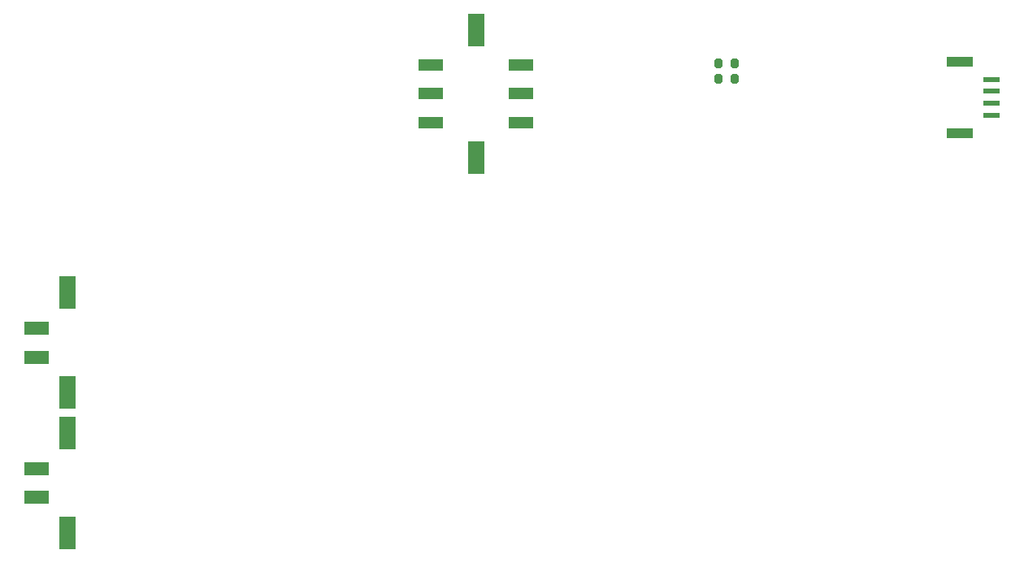
<source format=gbp>
G04 #@! TF.GenerationSoftware,KiCad,Pcbnew,7.0.6*
G04 #@! TF.CreationDate,2023-12-29T00:51:47-08:00*
G04 #@! TF.ProjectId,midplate,6d696470-6c61-4746-952e-6b696361645f,rev?*
G04 #@! TF.SameCoordinates,Original*
G04 #@! TF.FileFunction,Paste,Bot*
G04 #@! TF.FilePolarity,Positive*
%FSLAX46Y46*%
G04 Gerber Fmt 4.6, Leading zero omitted, Abs format (unit mm)*
G04 Created by KiCad (PCBNEW 7.0.6) date 2023-12-29 00:51:47*
%MOMM*%
%LPD*%
G01*
G04 APERTURE LIST*
G04 Aperture macros list*
%AMRoundRect*
0 Rectangle with rounded corners*
0 $1 Rounding radius*
0 $2 $3 $4 $5 $6 $7 $8 $9 X,Y pos of 4 corners*
0 Add a 4 corners polygon primitive as box body*
4,1,4,$2,$3,$4,$5,$6,$7,$8,$9,$2,$3,0*
0 Add four circle primitives for the rounded corners*
1,1,$1+$1,$2,$3*
1,1,$1+$1,$4,$5*
1,1,$1+$1,$6,$7*
1,1,$1+$1,$8,$9*
0 Add four rect primitives between the rounded corners*
20,1,$1+$1,$2,$3,$4,$5,0*
20,1,$1+$1,$4,$5,$6,$7,0*
20,1,$1+$1,$6,$7,$8,$9,0*
20,1,$1+$1,$8,$9,$2,$3,0*%
G04 Aperture macros list end*
%ADD10RoundRect,0.200000X-0.200000X-0.275000X0.200000X-0.275000X0.200000X0.275000X-0.200000X0.275000X0*%
%ADD11R,2.616200X1.346200*%
%ADD12R,1.727200X3.505200*%
%ADD13RoundRect,0.200000X0.200000X0.275000X-0.200000X0.275000X-0.200000X-0.275000X0.200000X-0.275000X0*%
%ADD14R,1.700000X0.600000*%
%ADD15R,2.800000X1.000000*%
%ADD16R,2.540000X1.270000*%
%ADD17R,1.651000X3.429000*%
G04 APERTURE END LIST*
D10*
X180901000Y-80580700D03*
X182551000Y-80580700D03*
D11*
X109893100Y-125833000D03*
X109893100Y-122833001D03*
D12*
X113093500Y-129540000D03*
X113093500Y-119126000D03*
D13*
X182551000Y-82231700D03*
X180901000Y-82231700D03*
D14*
X209350000Y-82286566D03*
X209350000Y-83536566D03*
X209350000Y-84786566D03*
X209350000Y-86036566D03*
D15*
X206000000Y-87886566D03*
X206000000Y-80436566D03*
D11*
X109893100Y-111228000D03*
X109893100Y-108228001D03*
D12*
X113093500Y-114935000D03*
X113093500Y-104521000D03*
D16*
X160334651Y-86772500D03*
X160334651Y-83772501D03*
X160334651Y-80772502D03*
X150934650Y-86772500D03*
X150934650Y-83772501D03*
X150934650Y-80772502D03*
D17*
X155634650Y-77137501D03*
X155634650Y-90407501D03*
M02*

</source>
